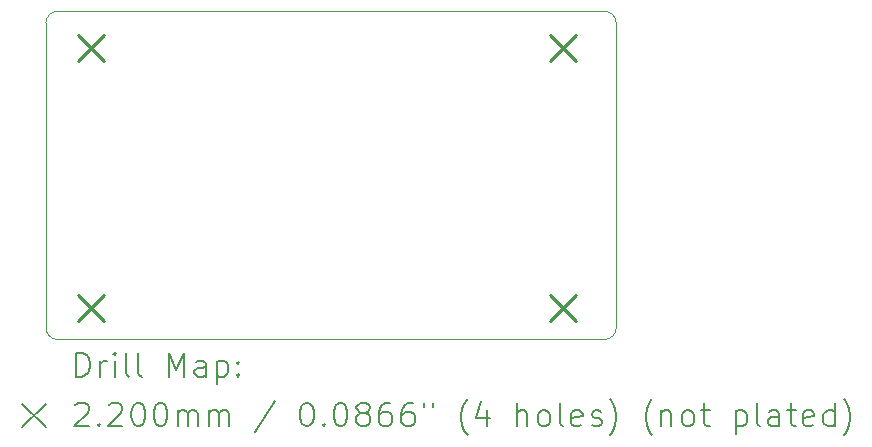
<source format=gbr>
%TF.GenerationSoftware,KiCad,Pcbnew,8.0.7*%
%TF.CreationDate,2024-12-18T22:04:55+01:00*%
%TF.ProjectId,Xplore ERC IMU,58706c6f-7265-4204-9552-4320494d552e,rev?*%
%TF.SameCoordinates,Original*%
%TF.FileFunction,Drillmap*%
%TF.FilePolarity,Positive*%
%FSLAX45Y45*%
G04 Gerber Fmt 4.5, Leading zero omitted, Abs format (unit mm)*
G04 Created by KiCad (PCBNEW 8.0.7) date 2024-12-18 22:04:55*
%MOMM*%
%LPD*%
G01*
G04 APERTURE LIST*
%ADD10C,0.050000*%
%ADD11C,0.200000*%
%ADD12C,0.220000*%
G04 APERTURE END LIST*
D10*
X11870711Y-9040711D02*
X16500000Y-9040711D01*
X16500000Y-11820000D02*
X11870711Y-11820000D01*
X11770711Y-9140711D02*
X11770711Y-11720000D01*
X11770711Y-9140711D02*
G75*
G02*
X11870711Y-9040711I99999J1D01*
G01*
X11870711Y-11820000D02*
G75*
G02*
X11770710Y-11720000I-1J100000D01*
G01*
X16500000Y-9040711D02*
G75*
G02*
X16599999Y-9140711I0J-99999D01*
G01*
X16600000Y-11720000D02*
G75*
G02*
X16500000Y-11820000I-100000J0D01*
G01*
X16600000Y-11720000D02*
X16600000Y-9140711D01*
D11*
D12*
X12040000Y-9240000D02*
X12260000Y-9460000D01*
X12260000Y-9240000D02*
X12040000Y-9460000D01*
X12040000Y-11440000D02*
X12260000Y-11660000D01*
X12260000Y-11440000D02*
X12040000Y-11660000D01*
X16040000Y-9240000D02*
X16260000Y-9460000D01*
X16260000Y-9240000D02*
X16040000Y-9460000D01*
X16040000Y-11440000D02*
X16260000Y-11660000D01*
X16260000Y-11440000D02*
X16040000Y-11660000D01*
D11*
X12028987Y-12133984D02*
X12028987Y-11933984D01*
X12028987Y-11933984D02*
X12076606Y-11933984D01*
X12076606Y-11933984D02*
X12105178Y-11943508D01*
X12105178Y-11943508D02*
X12124226Y-11962555D01*
X12124226Y-11962555D02*
X12133749Y-11981603D01*
X12133749Y-11981603D02*
X12143273Y-12019698D01*
X12143273Y-12019698D02*
X12143273Y-12048269D01*
X12143273Y-12048269D02*
X12133749Y-12086365D01*
X12133749Y-12086365D02*
X12124226Y-12105412D01*
X12124226Y-12105412D02*
X12105178Y-12124460D01*
X12105178Y-12124460D02*
X12076606Y-12133984D01*
X12076606Y-12133984D02*
X12028987Y-12133984D01*
X12228987Y-12133984D02*
X12228987Y-12000650D01*
X12228987Y-12038746D02*
X12238511Y-12019698D01*
X12238511Y-12019698D02*
X12248035Y-12010174D01*
X12248035Y-12010174D02*
X12267083Y-12000650D01*
X12267083Y-12000650D02*
X12286130Y-12000650D01*
X12352797Y-12133984D02*
X12352797Y-12000650D01*
X12352797Y-11933984D02*
X12343273Y-11943508D01*
X12343273Y-11943508D02*
X12352797Y-11953031D01*
X12352797Y-11953031D02*
X12362321Y-11943508D01*
X12362321Y-11943508D02*
X12352797Y-11933984D01*
X12352797Y-11933984D02*
X12352797Y-11953031D01*
X12476606Y-12133984D02*
X12457559Y-12124460D01*
X12457559Y-12124460D02*
X12448035Y-12105412D01*
X12448035Y-12105412D02*
X12448035Y-11933984D01*
X12581368Y-12133984D02*
X12562321Y-12124460D01*
X12562321Y-12124460D02*
X12552797Y-12105412D01*
X12552797Y-12105412D02*
X12552797Y-11933984D01*
X12809940Y-12133984D02*
X12809940Y-11933984D01*
X12809940Y-11933984D02*
X12876607Y-12076841D01*
X12876607Y-12076841D02*
X12943273Y-11933984D01*
X12943273Y-11933984D02*
X12943273Y-12133984D01*
X13124226Y-12133984D02*
X13124226Y-12029222D01*
X13124226Y-12029222D02*
X13114702Y-12010174D01*
X13114702Y-12010174D02*
X13095654Y-12000650D01*
X13095654Y-12000650D02*
X13057559Y-12000650D01*
X13057559Y-12000650D02*
X13038511Y-12010174D01*
X13124226Y-12124460D02*
X13105178Y-12133984D01*
X13105178Y-12133984D02*
X13057559Y-12133984D01*
X13057559Y-12133984D02*
X13038511Y-12124460D01*
X13038511Y-12124460D02*
X13028987Y-12105412D01*
X13028987Y-12105412D02*
X13028987Y-12086365D01*
X13028987Y-12086365D02*
X13038511Y-12067317D01*
X13038511Y-12067317D02*
X13057559Y-12057793D01*
X13057559Y-12057793D02*
X13105178Y-12057793D01*
X13105178Y-12057793D02*
X13124226Y-12048269D01*
X13219464Y-12000650D02*
X13219464Y-12200650D01*
X13219464Y-12010174D02*
X13238511Y-12000650D01*
X13238511Y-12000650D02*
X13276607Y-12000650D01*
X13276607Y-12000650D02*
X13295654Y-12010174D01*
X13295654Y-12010174D02*
X13305178Y-12019698D01*
X13305178Y-12019698D02*
X13314702Y-12038746D01*
X13314702Y-12038746D02*
X13314702Y-12095888D01*
X13314702Y-12095888D02*
X13305178Y-12114936D01*
X13305178Y-12114936D02*
X13295654Y-12124460D01*
X13295654Y-12124460D02*
X13276607Y-12133984D01*
X13276607Y-12133984D02*
X13238511Y-12133984D01*
X13238511Y-12133984D02*
X13219464Y-12124460D01*
X13400416Y-12114936D02*
X13409940Y-12124460D01*
X13409940Y-12124460D02*
X13400416Y-12133984D01*
X13400416Y-12133984D02*
X13390892Y-12124460D01*
X13390892Y-12124460D02*
X13400416Y-12114936D01*
X13400416Y-12114936D02*
X13400416Y-12133984D01*
X13400416Y-12010174D02*
X13409940Y-12019698D01*
X13409940Y-12019698D02*
X13400416Y-12029222D01*
X13400416Y-12029222D02*
X13390892Y-12019698D01*
X13390892Y-12019698D02*
X13400416Y-12010174D01*
X13400416Y-12010174D02*
X13400416Y-12029222D01*
X11568211Y-12362500D02*
X11768211Y-12562500D01*
X11768211Y-12362500D02*
X11568211Y-12562500D01*
X12019464Y-12373031D02*
X12028987Y-12363508D01*
X12028987Y-12363508D02*
X12048035Y-12353984D01*
X12048035Y-12353984D02*
X12095654Y-12353984D01*
X12095654Y-12353984D02*
X12114702Y-12363508D01*
X12114702Y-12363508D02*
X12124226Y-12373031D01*
X12124226Y-12373031D02*
X12133749Y-12392079D01*
X12133749Y-12392079D02*
X12133749Y-12411127D01*
X12133749Y-12411127D02*
X12124226Y-12439698D01*
X12124226Y-12439698D02*
X12009940Y-12553984D01*
X12009940Y-12553984D02*
X12133749Y-12553984D01*
X12219464Y-12534936D02*
X12228987Y-12544460D01*
X12228987Y-12544460D02*
X12219464Y-12553984D01*
X12219464Y-12553984D02*
X12209940Y-12544460D01*
X12209940Y-12544460D02*
X12219464Y-12534936D01*
X12219464Y-12534936D02*
X12219464Y-12553984D01*
X12305178Y-12373031D02*
X12314702Y-12363508D01*
X12314702Y-12363508D02*
X12333749Y-12353984D01*
X12333749Y-12353984D02*
X12381368Y-12353984D01*
X12381368Y-12353984D02*
X12400416Y-12363508D01*
X12400416Y-12363508D02*
X12409940Y-12373031D01*
X12409940Y-12373031D02*
X12419464Y-12392079D01*
X12419464Y-12392079D02*
X12419464Y-12411127D01*
X12419464Y-12411127D02*
X12409940Y-12439698D01*
X12409940Y-12439698D02*
X12295654Y-12553984D01*
X12295654Y-12553984D02*
X12419464Y-12553984D01*
X12543273Y-12353984D02*
X12562321Y-12353984D01*
X12562321Y-12353984D02*
X12581368Y-12363508D01*
X12581368Y-12363508D02*
X12590892Y-12373031D01*
X12590892Y-12373031D02*
X12600416Y-12392079D01*
X12600416Y-12392079D02*
X12609940Y-12430174D01*
X12609940Y-12430174D02*
X12609940Y-12477793D01*
X12609940Y-12477793D02*
X12600416Y-12515888D01*
X12600416Y-12515888D02*
X12590892Y-12534936D01*
X12590892Y-12534936D02*
X12581368Y-12544460D01*
X12581368Y-12544460D02*
X12562321Y-12553984D01*
X12562321Y-12553984D02*
X12543273Y-12553984D01*
X12543273Y-12553984D02*
X12524226Y-12544460D01*
X12524226Y-12544460D02*
X12514702Y-12534936D01*
X12514702Y-12534936D02*
X12505178Y-12515888D01*
X12505178Y-12515888D02*
X12495654Y-12477793D01*
X12495654Y-12477793D02*
X12495654Y-12430174D01*
X12495654Y-12430174D02*
X12505178Y-12392079D01*
X12505178Y-12392079D02*
X12514702Y-12373031D01*
X12514702Y-12373031D02*
X12524226Y-12363508D01*
X12524226Y-12363508D02*
X12543273Y-12353984D01*
X12733749Y-12353984D02*
X12752797Y-12353984D01*
X12752797Y-12353984D02*
X12771845Y-12363508D01*
X12771845Y-12363508D02*
X12781368Y-12373031D01*
X12781368Y-12373031D02*
X12790892Y-12392079D01*
X12790892Y-12392079D02*
X12800416Y-12430174D01*
X12800416Y-12430174D02*
X12800416Y-12477793D01*
X12800416Y-12477793D02*
X12790892Y-12515888D01*
X12790892Y-12515888D02*
X12781368Y-12534936D01*
X12781368Y-12534936D02*
X12771845Y-12544460D01*
X12771845Y-12544460D02*
X12752797Y-12553984D01*
X12752797Y-12553984D02*
X12733749Y-12553984D01*
X12733749Y-12553984D02*
X12714702Y-12544460D01*
X12714702Y-12544460D02*
X12705178Y-12534936D01*
X12705178Y-12534936D02*
X12695654Y-12515888D01*
X12695654Y-12515888D02*
X12686130Y-12477793D01*
X12686130Y-12477793D02*
X12686130Y-12430174D01*
X12686130Y-12430174D02*
X12695654Y-12392079D01*
X12695654Y-12392079D02*
X12705178Y-12373031D01*
X12705178Y-12373031D02*
X12714702Y-12363508D01*
X12714702Y-12363508D02*
X12733749Y-12353984D01*
X12886130Y-12553984D02*
X12886130Y-12420650D01*
X12886130Y-12439698D02*
X12895654Y-12430174D01*
X12895654Y-12430174D02*
X12914702Y-12420650D01*
X12914702Y-12420650D02*
X12943273Y-12420650D01*
X12943273Y-12420650D02*
X12962321Y-12430174D01*
X12962321Y-12430174D02*
X12971845Y-12449222D01*
X12971845Y-12449222D02*
X12971845Y-12553984D01*
X12971845Y-12449222D02*
X12981368Y-12430174D01*
X12981368Y-12430174D02*
X13000416Y-12420650D01*
X13000416Y-12420650D02*
X13028987Y-12420650D01*
X13028987Y-12420650D02*
X13048035Y-12430174D01*
X13048035Y-12430174D02*
X13057559Y-12449222D01*
X13057559Y-12449222D02*
X13057559Y-12553984D01*
X13152797Y-12553984D02*
X13152797Y-12420650D01*
X13152797Y-12439698D02*
X13162321Y-12430174D01*
X13162321Y-12430174D02*
X13181368Y-12420650D01*
X13181368Y-12420650D02*
X13209940Y-12420650D01*
X13209940Y-12420650D02*
X13228988Y-12430174D01*
X13228988Y-12430174D02*
X13238511Y-12449222D01*
X13238511Y-12449222D02*
X13238511Y-12553984D01*
X13238511Y-12449222D02*
X13248035Y-12430174D01*
X13248035Y-12430174D02*
X13267083Y-12420650D01*
X13267083Y-12420650D02*
X13295654Y-12420650D01*
X13295654Y-12420650D02*
X13314702Y-12430174D01*
X13314702Y-12430174D02*
X13324226Y-12449222D01*
X13324226Y-12449222D02*
X13324226Y-12553984D01*
X13714702Y-12344460D02*
X13543273Y-12601603D01*
X13971845Y-12353984D02*
X13990892Y-12353984D01*
X13990892Y-12353984D02*
X14009940Y-12363508D01*
X14009940Y-12363508D02*
X14019464Y-12373031D01*
X14019464Y-12373031D02*
X14028988Y-12392079D01*
X14028988Y-12392079D02*
X14038511Y-12430174D01*
X14038511Y-12430174D02*
X14038511Y-12477793D01*
X14038511Y-12477793D02*
X14028988Y-12515888D01*
X14028988Y-12515888D02*
X14019464Y-12534936D01*
X14019464Y-12534936D02*
X14009940Y-12544460D01*
X14009940Y-12544460D02*
X13990892Y-12553984D01*
X13990892Y-12553984D02*
X13971845Y-12553984D01*
X13971845Y-12553984D02*
X13952797Y-12544460D01*
X13952797Y-12544460D02*
X13943273Y-12534936D01*
X13943273Y-12534936D02*
X13933750Y-12515888D01*
X13933750Y-12515888D02*
X13924226Y-12477793D01*
X13924226Y-12477793D02*
X13924226Y-12430174D01*
X13924226Y-12430174D02*
X13933750Y-12392079D01*
X13933750Y-12392079D02*
X13943273Y-12373031D01*
X13943273Y-12373031D02*
X13952797Y-12363508D01*
X13952797Y-12363508D02*
X13971845Y-12353984D01*
X14124226Y-12534936D02*
X14133750Y-12544460D01*
X14133750Y-12544460D02*
X14124226Y-12553984D01*
X14124226Y-12553984D02*
X14114702Y-12544460D01*
X14114702Y-12544460D02*
X14124226Y-12534936D01*
X14124226Y-12534936D02*
X14124226Y-12553984D01*
X14257559Y-12353984D02*
X14276607Y-12353984D01*
X14276607Y-12353984D02*
X14295654Y-12363508D01*
X14295654Y-12363508D02*
X14305178Y-12373031D01*
X14305178Y-12373031D02*
X14314702Y-12392079D01*
X14314702Y-12392079D02*
X14324226Y-12430174D01*
X14324226Y-12430174D02*
X14324226Y-12477793D01*
X14324226Y-12477793D02*
X14314702Y-12515888D01*
X14314702Y-12515888D02*
X14305178Y-12534936D01*
X14305178Y-12534936D02*
X14295654Y-12544460D01*
X14295654Y-12544460D02*
X14276607Y-12553984D01*
X14276607Y-12553984D02*
X14257559Y-12553984D01*
X14257559Y-12553984D02*
X14238511Y-12544460D01*
X14238511Y-12544460D02*
X14228988Y-12534936D01*
X14228988Y-12534936D02*
X14219464Y-12515888D01*
X14219464Y-12515888D02*
X14209940Y-12477793D01*
X14209940Y-12477793D02*
X14209940Y-12430174D01*
X14209940Y-12430174D02*
X14219464Y-12392079D01*
X14219464Y-12392079D02*
X14228988Y-12373031D01*
X14228988Y-12373031D02*
X14238511Y-12363508D01*
X14238511Y-12363508D02*
X14257559Y-12353984D01*
X14438511Y-12439698D02*
X14419464Y-12430174D01*
X14419464Y-12430174D02*
X14409940Y-12420650D01*
X14409940Y-12420650D02*
X14400416Y-12401603D01*
X14400416Y-12401603D02*
X14400416Y-12392079D01*
X14400416Y-12392079D02*
X14409940Y-12373031D01*
X14409940Y-12373031D02*
X14419464Y-12363508D01*
X14419464Y-12363508D02*
X14438511Y-12353984D01*
X14438511Y-12353984D02*
X14476607Y-12353984D01*
X14476607Y-12353984D02*
X14495654Y-12363508D01*
X14495654Y-12363508D02*
X14505178Y-12373031D01*
X14505178Y-12373031D02*
X14514702Y-12392079D01*
X14514702Y-12392079D02*
X14514702Y-12401603D01*
X14514702Y-12401603D02*
X14505178Y-12420650D01*
X14505178Y-12420650D02*
X14495654Y-12430174D01*
X14495654Y-12430174D02*
X14476607Y-12439698D01*
X14476607Y-12439698D02*
X14438511Y-12439698D01*
X14438511Y-12439698D02*
X14419464Y-12449222D01*
X14419464Y-12449222D02*
X14409940Y-12458746D01*
X14409940Y-12458746D02*
X14400416Y-12477793D01*
X14400416Y-12477793D02*
X14400416Y-12515888D01*
X14400416Y-12515888D02*
X14409940Y-12534936D01*
X14409940Y-12534936D02*
X14419464Y-12544460D01*
X14419464Y-12544460D02*
X14438511Y-12553984D01*
X14438511Y-12553984D02*
X14476607Y-12553984D01*
X14476607Y-12553984D02*
X14495654Y-12544460D01*
X14495654Y-12544460D02*
X14505178Y-12534936D01*
X14505178Y-12534936D02*
X14514702Y-12515888D01*
X14514702Y-12515888D02*
X14514702Y-12477793D01*
X14514702Y-12477793D02*
X14505178Y-12458746D01*
X14505178Y-12458746D02*
X14495654Y-12449222D01*
X14495654Y-12449222D02*
X14476607Y-12439698D01*
X14686131Y-12353984D02*
X14648035Y-12353984D01*
X14648035Y-12353984D02*
X14628988Y-12363508D01*
X14628988Y-12363508D02*
X14619464Y-12373031D01*
X14619464Y-12373031D02*
X14600416Y-12401603D01*
X14600416Y-12401603D02*
X14590892Y-12439698D01*
X14590892Y-12439698D02*
X14590892Y-12515888D01*
X14590892Y-12515888D02*
X14600416Y-12534936D01*
X14600416Y-12534936D02*
X14609940Y-12544460D01*
X14609940Y-12544460D02*
X14628988Y-12553984D01*
X14628988Y-12553984D02*
X14667083Y-12553984D01*
X14667083Y-12553984D02*
X14686131Y-12544460D01*
X14686131Y-12544460D02*
X14695654Y-12534936D01*
X14695654Y-12534936D02*
X14705178Y-12515888D01*
X14705178Y-12515888D02*
X14705178Y-12468269D01*
X14705178Y-12468269D02*
X14695654Y-12449222D01*
X14695654Y-12449222D02*
X14686131Y-12439698D01*
X14686131Y-12439698D02*
X14667083Y-12430174D01*
X14667083Y-12430174D02*
X14628988Y-12430174D01*
X14628988Y-12430174D02*
X14609940Y-12439698D01*
X14609940Y-12439698D02*
X14600416Y-12449222D01*
X14600416Y-12449222D02*
X14590892Y-12468269D01*
X14876607Y-12353984D02*
X14838511Y-12353984D01*
X14838511Y-12353984D02*
X14819464Y-12363508D01*
X14819464Y-12363508D02*
X14809940Y-12373031D01*
X14809940Y-12373031D02*
X14790892Y-12401603D01*
X14790892Y-12401603D02*
X14781369Y-12439698D01*
X14781369Y-12439698D02*
X14781369Y-12515888D01*
X14781369Y-12515888D02*
X14790892Y-12534936D01*
X14790892Y-12534936D02*
X14800416Y-12544460D01*
X14800416Y-12544460D02*
X14819464Y-12553984D01*
X14819464Y-12553984D02*
X14857559Y-12553984D01*
X14857559Y-12553984D02*
X14876607Y-12544460D01*
X14876607Y-12544460D02*
X14886131Y-12534936D01*
X14886131Y-12534936D02*
X14895654Y-12515888D01*
X14895654Y-12515888D02*
X14895654Y-12468269D01*
X14895654Y-12468269D02*
X14886131Y-12449222D01*
X14886131Y-12449222D02*
X14876607Y-12439698D01*
X14876607Y-12439698D02*
X14857559Y-12430174D01*
X14857559Y-12430174D02*
X14819464Y-12430174D01*
X14819464Y-12430174D02*
X14800416Y-12439698D01*
X14800416Y-12439698D02*
X14790892Y-12449222D01*
X14790892Y-12449222D02*
X14781369Y-12468269D01*
X14971845Y-12353984D02*
X14971845Y-12392079D01*
X15048035Y-12353984D02*
X15048035Y-12392079D01*
X15343274Y-12630174D02*
X15333750Y-12620650D01*
X15333750Y-12620650D02*
X15314702Y-12592079D01*
X15314702Y-12592079D02*
X15305178Y-12573031D01*
X15305178Y-12573031D02*
X15295654Y-12544460D01*
X15295654Y-12544460D02*
X15286131Y-12496841D01*
X15286131Y-12496841D02*
X15286131Y-12458746D01*
X15286131Y-12458746D02*
X15295654Y-12411127D01*
X15295654Y-12411127D02*
X15305178Y-12382555D01*
X15305178Y-12382555D02*
X15314702Y-12363508D01*
X15314702Y-12363508D02*
X15333750Y-12334936D01*
X15333750Y-12334936D02*
X15343274Y-12325412D01*
X15505178Y-12420650D02*
X15505178Y-12553984D01*
X15457559Y-12344460D02*
X15409940Y-12487317D01*
X15409940Y-12487317D02*
X15533750Y-12487317D01*
X15762321Y-12553984D02*
X15762321Y-12353984D01*
X15848035Y-12553984D02*
X15848035Y-12449222D01*
X15848035Y-12449222D02*
X15838512Y-12430174D01*
X15838512Y-12430174D02*
X15819464Y-12420650D01*
X15819464Y-12420650D02*
X15790893Y-12420650D01*
X15790893Y-12420650D02*
X15771845Y-12430174D01*
X15771845Y-12430174D02*
X15762321Y-12439698D01*
X15971845Y-12553984D02*
X15952797Y-12544460D01*
X15952797Y-12544460D02*
X15943274Y-12534936D01*
X15943274Y-12534936D02*
X15933750Y-12515888D01*
X15933750Y-12515888D02*
X15933750Y-12458746D01*
X15933750Y-12458746D02*
X15943274Y-12439698D01*
X15943274Y-12439698D02*
X15952797Y-12430174D01*
X15952797Y-12430174D02*
X15971845Y-12420650D01*
X15971845Y-12420650D02*
X16000416Y-12420650D01*
X16000416Y-12420650D02*
X16019464Y-12430174D01*
X16019464Y-12430174D02*
X16028988Y-12439698D01*
X16028988Y-12439698D02*
X16038512Y-12458746D01*
X16038512Y-12458746D02*
X16038512Y-12515888D01*
X16038512Y-12515888D02*
X16028988Y-12534936D01*
X16028988Y-12534936D02*
X16019464Y-12544460D01*
X16019464Y-12544460D02*
X16000416Y-12553984D01*
X16000416Y-12553984D02*
X15971845Y-12553984D01*
X16152797Y-12553984D02*
X16133750Y-12544460D01*
X16133750Y-12544460D02*
X16124226Y-12525412D01*
X16124226Y-12525412D02*
X16124226Y-12353984D01*
X16305178Y-12544460D02*
X16286131Y-12553984D01*
X16286131Y-12553984D02*
X16248035Y-12553984D01*
X16248035Y-12553984D02*
X16228988Y-12544460D01*
X16228988Y-12544460D02*
X16219464Y-12525412D01*
X16219464Y-12525412D02*
X16219464Y-12449222D01*
X16219464Y-12449222D02*
X16228988Y-12430174D01*
X16228988Y-12430174D02*
X16248035Y-12420650D01*
X16248035Y-12420650D02*
X16286131Y-12420650D01*
X16286131Y-12420650D02*
X16305178Y-12430174D01*
X16305178Y-12430174D02*
X16314702Y-12449222D01*
X16314702Y-12449222D02*
X16314702Y-12468269D01*
X16314702Y-12468269D02*
X16219464Y-12487317D01*
X16390893Y-12544460D02*
X16409940Y-12553984D01*
X16409940Y-12553984D02*
X16448035Y-12553984D01*
X16448035Y-12553984D02*
X16467083Y-12544460D01*
X16467083Y-12544460D02*
X16476607Y-12525412D01*
X16476607Y-12525412D02*
X16476607Y-12515888D01*
X16476607Y-12515888D02*
X16467083Y-12496841D01*
X16467083Y-12496841D02*
X16448035Y-12487317D01*
X16448035Y-12487317D02*
X16419464Y-12487317D01*
X16419464Y-12487317D02*
X16400416Y-12477793D01*
X16400416Y-12477793D02*
X16390893Y-12458746D01*
X16390893Y-12458746D02*
X16390893Y-12449222D01*
X16390893Y-12449222D02*
X16400416Y-12430174D01*
X16400416Y-12430174D02*
X16419464Y-12420650D01*
X16419464Y-12420650D02*
X16448035Y-12420650D01*
X16448035Y-12420650D02*
X16467083Y-12430174D01*
X16543274Y-12630174D02*
X16552797Y-12620650D01*
X16552797Y-12620650D02*
X16571845Y-12592079D01*
X16571845Y-12592079D02*
X16581369Y-12573031D01*
X16581369Y-12573031D02*
X16590893Y-12544460D01*
X16590893Y-12544460D02*
X16600416Y-12496841D01*
X16600416Y-12496841D02*
X16600416Y-12458746D01*
X16600416Y-12458746D02*
X16590893Y-12411127D01*
X16590893Y-12411127D02*
X16581369Y-12382555D01*
X16581369Y-12382555D02*
X16571845Y-12363508D01*
X16571845Y-12363508D02*
X16552797Y-12334936D01*
X16552797Y-12334936D02*
X16543274Y-12325412D01*
X16905179Y-12630174D02*
X16895655Y-12620650D01*
X16895655Y-12620650D02*
X16876607Y-12592079D01*
X16876607Y-12592079D02*
X16867083Y-12573031D01*
X16867083Y-12573031D02*
X16857559Y-12544460D01*
X16857559Y-12544460D02*
X16848036Y-12496841D01*
X16848036Y-12496841D02*
X16848036Y-12458746D01*
X16848036Y-12458746D02*
X16857559Y-12411127D01*
X16857559Y-12411127D02*
X16867083Y-12382555D01*
X16867083Y-12382555D02*
X16876607Y-12363508D01*
X16876607Y-12363508D02*
X16895655Y-12334936D01*
X16895655Y-12334936D02*
X16905179Y-12325412D01*
X16981369Y-12420650D02*
X16981369Y-12553984D01*
X16981369Y-12439698D02*
X16990893Y-12430174D01*
X16990893Y-12430174D02*
X17009940Y-12420650D01*
X17009940Y-12420650D02*
X17038512Y-12420650D01*
X17038512Y-12420650D02*
X17057559Y-12430174D01*
X17057559Y-12430174D02*
X17067083Y-12449222D01*
X17067083Y-12449222D02*
X17067083Y-12553984D01*
X17190893Y-12553984D02*
X17171845Y-12544460D01*
X17171845Y-12544460D02*
X17162321Y-12534936D01*
X17162321Y-12534936D02*
X17152798Y-12515888D01*
X17152798Y-12515888D02*
X17152798Y-12458746D01*
X17152798Y-12458746D02*
X17162321Y-12439698D01*
X17162321Y-12439698D02*
X17171845Y-12430174D01*
X17171845Y-12430174D02*
X17190893Y-12420650D01*
X17190893Y-12420650D02*
X17219464Y-12420650D01*
X17219464Y-12420650D02*
X17238512Y-12430174D01*
X17238512Y-12430174D02*
X17248036Y-12439698D01*
X17248036Y-12439698D02*
X17257559Y-12458746D01*
X17257559Y-12458746D02*
X17257559Y-12515888D01*
X17257559Y-12515888D02*
X17248036Y-12534936D01*
X17248036Y-12534936D02*
X17238512Y-12544460D01*
X17238512Y-12544460D02*
X17219464Y-12553984D01*
X17219464Y-12553984D02*
X17190893Y-12553984D01*
X17314702Y-12420650D02*
X17390893Y-12420650D01*
X17343274Y-12353984D02*
X17343274Y-12525412D01*
X17343274Y-12525412D02*
X17352798Y-12544460D01*
X17352798Y-12544460D02*
X17371845Y-12553984D01*
X17371845Y-12553984D02*
X17390893Y-12553984D01*
X17609940Y-12420650D02*
X17609940Y-12620650D01*
X17609940Y-12430174D02*
X17628988Y-12420650D01*
X17628988Y-12420650D02*
X17667083Y-12420650D01*
X17667083Y-12420650D02*
X17686131Y-12430174D01*
X17686131Y-12430174D02*
X17695655Y-12439698D01*
X17695655Y-12439698D02*
X17705179Y-12458746D01*
X17705179Y-12458746D02*
X17705179Y-12515888D01*
X17705179Y-12515888D02*
X17695655Y-12534936D01*
X17695655Y-12534936D02*
X17686131Y-12544460D01*
X17686131Y-12544460D02*
X17667083Y-12553984D01*
X17667083Y-12553984D02*
X17628988Y-12553984D01*
X17628988Y-12553984D02*
X17609940Y-12544460D01*
X17819464Y-12553984D02*
X17800417Y-12544460D01*
X17800417Y-12544460D02*
X17790893Y-12525412D01*
X17790893Y-12525412D02*
X17790893Y-12353984D01*
X17981369Y-12553984D02*
X17981369Y-12449222D01*
X17981369Y-12449222D02*
X17971845Y-12430174D01*
X17971845Y-12430174D02*
X17952798Y-12420650D01*
X17952798Y-12420650D02*
X17914702Y-12420650D01*
X17914702Y-12420650D02*
X17895655Y-12430174D01*
X17981369Y-12544460D02*
X17962321Y-12553984D01*
X17962321Y-12553984D02*
X17914702Y-12553984D01*
X17914702Y-12553984D02*
X17895655Y-12544460D01*
X17895655Y-12544460D02*
X17886131Y-12525412D01*
X17886131Y-12525412D02*
X17886131Y-12506365D01*
X17886131Y-12506365D02*
X17895655Y-12487317D01*
X17895655Y-12487317D02*
X17914702Y-12477793D01*
X17914702Y-12477793D02*
X17962321Y-12477793D01*
X17962321Y-12477793D02*
X17981369Y-12468269D01*
X18048036Y-12420650D02*
X18124226Y-12420650D01*
X18076607Y-12353984D02*
X18076607Y-12525412D01*
X18076607Y-12525412D02*
X18086131Y-12544460D01*
X18086131Y-12544460D02*
X18105179Y-12553984D01*
X18105179Y-12553984D02*
X18124226Y-12553984D01*
X18267083Y-12544460D02*
X18248036Y-12553984D01*
X18248036Y-12553984D02*
X18209940Y-12553984D01*
X18209940Y-12553984D02*
X18190893Y-12544460D01*
X18190893Y-12544460D02*
X18181369Y-12525412D01*
X18181369Y-12525412D02*
X18181369Y-12449222D01*
X18181369Y-12449222D02*
X18190893Y-12430174D01*
X18190893Y-12430174D02*
X18209940Y-12420650D01*
X18209940Y-12420650D02*
X18248036Y-12420650D01*
X18248036Y-12420650D02*
X18267083Y-12430174D01*
X18267083Y-12430174D02*
X18276607Y-12449222D01*
X18276607Y-12449222D02*
X18276607Y-12468269D01*
X18276607Y-12468269D02*
X18181369Y-12487317D01*
X18448036Y-12553984D02*
X18448036Y-12353984D01*
X18448036Y-12544460D02*
X18428988Y-12553984D01*
X18428988Y-12553984D02*
X18390893Y-12553984D01*
X18390893Y-12553984D02*
X18371845Y-12544460D01*
X18371845Y-12544460D02*
X18362321Y-12534936D01*
X18362321Y-12534936D02*
X18352798Y-12515888D01*
X18352798Y-12515888D02*
X18352798Y-12458746D01*
X18352798Y-12458746D02*
X18362321Y-12439698D01*
X18362321Y-12439698D02*
X18371845Y-12430174D01*
X18371845Y-12430174D02*
X18390893Y-12420650D01*
X18390893Y-12420650D02*
X18428988Y-12420650D01*
X18428988Y-12420650D02*
X18448036Y-12430174D01*
X18524226Y-12630174D02*
X18533750Y-12620650D01*
X18533750Y-12620650D02*
X18552798Y-12592079D01*
X18552798Y-12592079D02*
X18562321Y-12573031D01*
X18562321Y-12573031D02*
X18571845Y-12544460D01*
X18571845Y-12544460D02*
X18581369Y-12496841D01*
X18581369Y-12496841D02*
X18581369Y-12458746D01*
X18581369Y-12458746D02*
X18571845Y-12411127D01*
X18571845Y-12411127D02*
X18562321Y-12382555D01*
X18562321Y-12382555D02*
X18552798Y-12363508D01*
X18552798Y-12363508D02*
X18533750Y-12334936D01*
X18533750Y-12334936D02*
X18524226Y-12325412D01*
M02*

</source>
